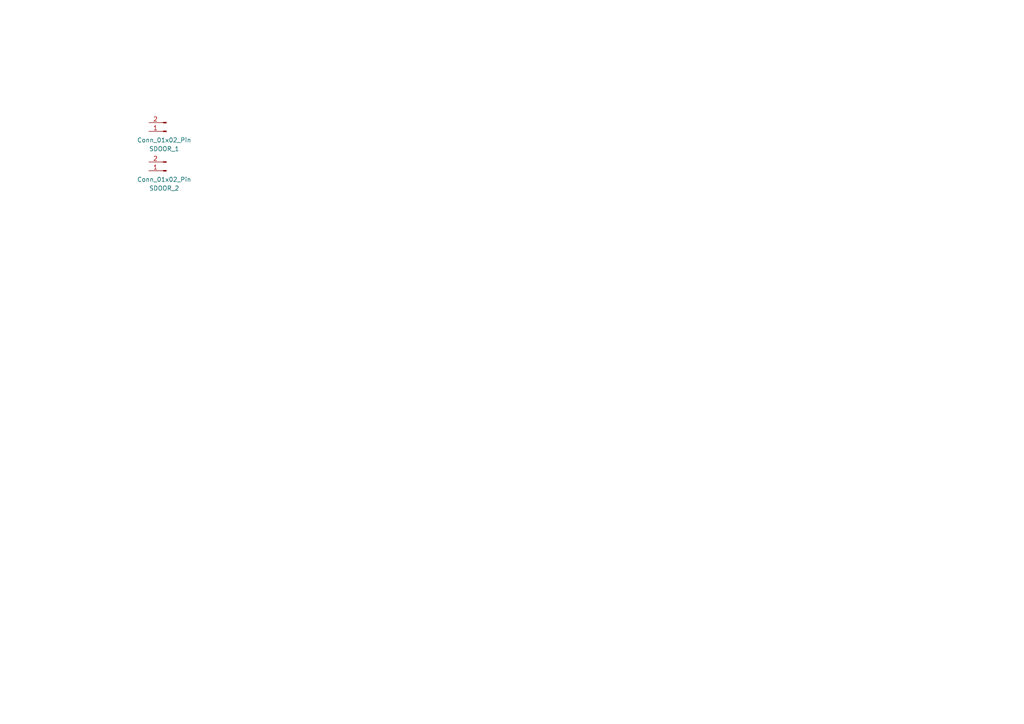
<source format=kicad_sch>
(kicad_sch (version 20230121) (generator eeschema)
  (paper "A4")
  (lib_symbols
    (symbol "Connector:Conn_01x02_Pin" (pin_names (offset 1.016) hide)
      (property "Reference" "J" (at 0 2.54 0))
      (property "Value" "Conn_01x02_Pin" (at 0 -5.08 0))
      (symbol "Conn_01x02_Pin_1_1"
        (polyline (pts (xy 1.27 -2.54) (xy 0.8636 -2.54)) (stroke (width 0.1524)))
        (polyline (pts (xy 1.27 0) (xy 0.8636 0)) (stroke (width 0.1524)))
        (rectangle (start 0.8636 -2.413) (end 0 -2.667) (stroke (width 0.1524)) (fill (type outline)))
        (rectangle (start 0.8636 0.127) (end 0 -0.127) (stroke (width 0.1524)) (fill (type outline)))
        (pin passive line (at 5.08 0 180) (length 3.81) (name "Pin_1") (number "1"))
        (pin passive line (at 5.08 -2.54 180) (length 3.81) (name "Pin_2") (number "2"))
      )
    )
  )
  (symbol (lib_id "Connector:Conn_01x02_Pin") (at 48.26 49.53 180) (unit 1)
    (property "Reference" "SDOOR_2" (at 47.625 54.61 0))
    (property "Value" "Conn_01x02_Pin" (at 47.625 52.07 0))
    (property "Footprint" "Connector_PinSocket_2.00mm:PinSocket_1x02_P2.00mm_Vertical" (effects hide))
  )
  (symbol (lib_id "Connector:Conn_01x02_Pin") (at 48.26 38.1 180) (unit 1)
    (property "Reference" "SDOOR_1" (at 47.625 43.18 0))
    (property "Value" "Conn_01x02_Pin" (at 47.625 40.64 0))
    (property "Footprint" "Connector_PinSocket_2.00mm:PinSocket_1x02_P2.00mm_Vertical" (effects hide))
  )
)
</source>
